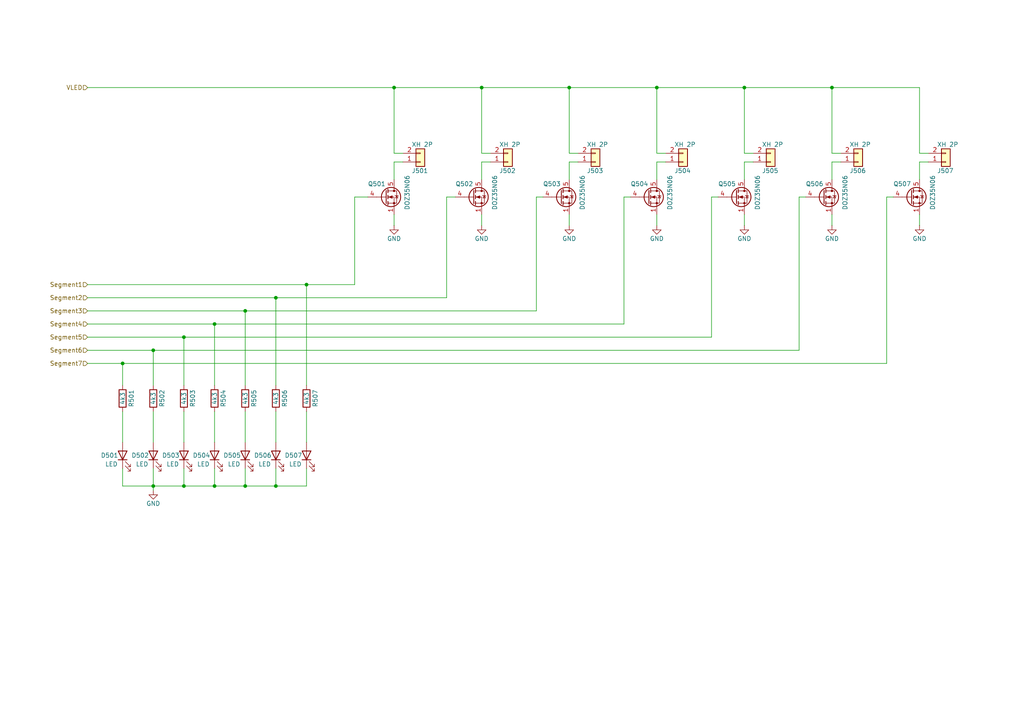
<source format=kicad_sch>
(kicad_sch (version 20231120) (generator "eeschema") (generator_version "8.0")
  (paper "A4")
  (title_block (title "7-Segment Driver") (date "2025-04-08") (rev "01") (company "Ravenspark") (comment 1 "0-Series"))
  (lib_symbols
    (symbol "Connector_Generic:Conn_01x02" (pin_names (offset 1.016) hide)
      (property "Reference" "J" (at 0 2.54 0))
      (property "Value" "Conn_01x02" (at 0 -5.08 0))
      (symbol "Conn_01x02_1_1"
        (rectangle (start -1.27 -2.413) (end 0 -2.667) (stroke (width 0.1524)))
        (rectangle (start -1.27 0.127) (end 0 -0.127) (stroke (width 0.1524)))
        (rectangle (start -1.27 1.27) (end 1.27 -3.81) (stroke (width 0.254)) (fill (type background)))
        (pin passive line (at -5.08 0 0) (length 3.81) (name "Pin_1") (number "1"))
        (pin passive line (at -5.08 -2.54 0) (length 3.81) (name "Pin_2") (number "2"))
      )
    )
    (symbol "Device:LED" (pin_numbers hide) (pin_names (offset 1.016) hide)
      (property "Reference" "D" (at 0 2.54 0))
      (property "Value" "LED" (at 0 -2.54 0))
      (symbol "LED_0_1"
        (polyline (pts (xy -1.27 -1.27) (xy -1.27 1.27)) (stroke (width 0.254)))
        (polyline (pts (xy -1.27 0) (xy 1.27 0)))
        (polyline (pts (xy 1.27 -1.27) (xy 1.27 1.27) (xy -1.27 0) (xy 1.27 -1.27)) (stroke (width 0.254)))
        (polyline (pts (xy -3.048 -0.762) (xy -4.572 -2.286) (xy -3.81 -2.286) (xy -4.572 -2.286) (xy -4.572 -1.524)))
        (polyline (pts (xy -1.778 -0.762) (xy -3.302 -2.286) (xy -2.54 -2.286) (xy -3.302 -2.286) (xy -3.302 -1.524)))
      )
      (symbol "LED_1_1"
        (pin passive line (at -3.81 0 0) (length 2.54) (name "K") (number "1"))
        (pin passive line (at 3.81 0 180) (length 2.54) (name "A") (number "2"))
      )
    )
    (symbol "Device:R" (pin_numbers hide) (pin_names (offset 0))
      (property "Reference" "R" (at 2.032 0 90))
      (property "Value" "R" (at 0 0 90))
      (symbol "R_0_1"
        (rectangle (start -1.016 -2.54) (end 1.016 2.54) (stroke (width 0.254)))
      )
      (symbol "R_1_1"
        (pin passive line (at 0 3.81 270) (length 1.27) (name "~") (number "1"))
        (pin passive line (at 0 -3.81 90) (length 1.27) (name "~") (number "2"))
      )
    )
    (symbol "Ravenspark:60N03D" (pin_names (offset 0) hide)
      (property "Reference" "Q7" (at -3.81 5.08 0))
      (property "Value" "60N03D" (at 6.35 -3.81 90))
      (symbol "60N03D_0_1"
        (polyline (pts (xy 0.254 0) (xy -2.54 0)))
        (polyline (pts (xy 0.254 1.905) (xy 0.254 -1.905)) (stroke (width 0.254)))
        (polyline (pts (xy 0.762 -1.27) (xy 0.762 -2.286)) (stroke (width 0.254)))
        (polyline (pts (xy 0.762 0.508) (xy 0.762 -0.508)) (stroke (width 0.254)))
        (polyline (pts (xy 0.762 2.286) (xy 0.762 1.27)) (stroke (width 0.254)))
        (polyline (pts (xy 2.54 2.54) (xy 2.54 1.778)))
        (polyline (pts (xy 2.54 -2.54) (xy 2.54 0) (xy 0.762 0)))
        (polyline (pts (xy 0.762 -1.778) (xy 3.302 -1.778) (xy 3.302 1.778) (xy 0.762 1.778)))
        (polyline (pts (xy 1.016 0) (xy 2.032 0.381) (xy 2.032 -0.381) (xy 1.016 0)) (fill (type outline)))
        (polyline (pts (xy 2.794 0.508) (xy 2.921 0.381) (xy 3.683 0.381) (xy 3.81 0.254)))
        (polyline (pts (xy 3.302 0.381) (xy 2.921 -0.254) (xy 3.683 -0.254) (xy 3.302 0.381)))
        (circle (center 1.651 0) (radius 2.794) (stroke (width 0.254)))
        (circle (center 2.54 -1.778) (radius 0.254) (fill (type outline)))
        (circle (center 2.54 1.778) (radius 0.254) (fill (type outline)))
      )
      (symbol "60N03D_1_0"
        (pin input line (at -5.08 0 0) (length 2.54) (name "G") (number "4"))
        (pin passive line (at 2.54 5.08 270) (length 2.54) (name "D") (number "5"))
      )
      (symbol "60N03D_1_1"
        (pin passive line (at 2.54 -5.08 90) (length 2.54) (name "S") (number "1"))
        (pin passive line (at 2.54 -5.08 90) (length 5.08) hide (name "S") (number "2"))
        (pin passive line (at 2.54 -5.08 90) (length 2.54) hide (name "S") (number "3"))
      )
    )
    (symbol "power:GND" (power) (pin_numbers hide) (pin_names (offset 0) hide)
      (property "Value" "GND" (at 0 -3.81 0))
      (symbol "GND_0_1"
        (polyline (pts (xy 0 0) (xy 0 -1.27) (xy 1.27 -1.27) (xy 0 -2.54) (xy -1.27 -1.27) (xy 0 -1.27)))
      )
      (symbol "GND_1_1"
        (pin power_in line (at 0 0 270) (length 0) (name "~") (number "1"))
      )
    )
  )
  (junction (at 71.12 90.17))
  (junction (at 44.45 140.97))
  (junction (at 241.3 25.4))
  (junction (at 53.34 97.79))
  (junction (at 35.56 105.41))
  (junction (at 53.34 140.97))
  (junction (at 190.5 25.4))
  (junction (at 80.01 86.36))
  (junction (at 80.01 140.97))
  (junction (at 44.45 101.6))
  (junction (at 165.1 25.4))
  (junction (at 139.7 25.4))
  (junction (at 88.9 82.55))
  (junction (at 62.23 140.97))
  (junction (at 215.9 25.4))
  (junction (at 71.12 140.97))
  (junction (at 114.3 25.4))
  (junction (at 62.23 93.98))
  (wire (pts (xy 241.3 62.23) (xy 241.3 65.405)))
  (wire (pts (xy 114.3 25.4) (xy 139.7 25.4)))
  (wire (pts (xy 44.45 140.97) (xy 44.45 142.24)))
  (wire (pts (xy 25.4 82.55) (xy 88.9 82.55)))
  (wire (pts (xy 190.5 62.23) (xy 190.5 65.405)))
  (wire (pts (xy 190.5 46.99) (xy 193.04 46.99)))
  (wire (pts (xy 114.3 25.4) (xy 114.3 44.45)))
  (wire (pts (xy 155.575 57.15) (xy 157.48 57.15)))
  (wire (pts (xy 71.12 140.97) (xy 80.01 140.97)))
  (wire (pts (xy 25.4 90.17) (xy 71.12 90.17)))
  (wire (pts (xy 269.24 44.45) (xy 266.7 44.45)))
  (wire (pts (xy 190.5 46.99) (xy 190.5 52.07)))
  (wire (pts (xy 71.12 90.17) (xy 71.12 111.76)))
  (wire (pts (xy 206.375 57.15) (xy 208.28 57.15)))
  (wire (pts (xy 62.23 93.98) (xy 180.975 93.98)))
  (wire (pts (xy 35.56 140.97) (xy 44.45 140.97)))
  (wire (pts (xy 53.34 135.89) (xy 53.34 140.97)))
  (wire (pts (xy 25.4 97.79) (xy 53.34 97.79)))
  (wire (pts (xy 165.1 25.4) (xy 139.7 25.4)))
  (wire (pts (xy 231.775 57.15) (xy 233.68 57.15)))
  (wire (pts (xy 215.9 62.23) (xy 215.9 65.405)))
  (wire (pts (xy 257.175 57.15) (xy 259.08 57.15)))
  (wire (pts (xy 190.5 25.4) (xy 165.1 25.4)))
  (wire (pts (xy 25.4 93.98) (xy 62.23 93.98)))
  (wire (pts (xy 35.56 105.41) (xy 35.56 111.76)))
  (wire (pts (xy 44.45 140.97) (xy 53.34 140.97)))
  (wire (pts (xy 71.12 90.17) (xy 155.575 90.17)))
  (wire (pts (xy 25.4 101.6) (xy 44.45 101.6)))
  (wire (pts (xy 266.7 46.99) (xy 266.7 52.07)))
  (wire (pts (xy 53.34 97.79) (xy 53.34 111.76)))
  (wire (pts (xy 266.7 62.23) (xy 266.7 65.405)))
  (wire (pts (xy 44.45 101.6) (xy 231.775 101.6)))
  (wire (pts (xy 62.23 93.98) (xy 62.23 111.76)))
  (wire (pts (xy 193.04 44.45) (xy 190.5 44.45)))
  (wire (pts (xy 80.01 86.36) (xy 129.54 86.36)))
  (wire (pts (xy 80.01 135.89) (xy 80.01 140.97)))
  (wire (pts (xy 243.84 44.45) (xy 241.3 44.45)))
  (wire (pts (xy 165.1 46.99) (xy 167.64 46.99)))
  (wire (pts (xy 266.7 25.4) (xy 266.7 44.45)))
  (wire (pts (xy 241.3 25.4) (xy 241.3 44.45)))
  (wire (pts (xy 215.9 46.99) (xy 215.9 52.07)))
  (wire (pts (xy 142.24 44.45) (xy 139.7 44.45)))
  (wire (pts (xy 190.5 25.4) (xy 190.5 44.45)))
  (wire (pts (xy 215.9 25.4) (xy 190.5 25.4)))
  (wire (pts (xy 35.56 105.41) (xy 257.175 105.41)))
  (wire (pts (xy 180.975 57.15) (xy 182.88 57.15)))
  (wire (pts (xy 53.34 140.97) (xy 62.23 140.97)))
  (wire (pts (xy 266.7 25.4) (xy 241.3 25.4)))
  (wire (pts (xy 62.23 135.89) (xy 62.23 140.97)))
  (wire (pts (xy 165.1 46.99) (xy 165.1 52.07)))
  (wire (pts (xy 206.375 57.15) (xy 206.375 97.79)))
  (wire (pts (xy 102.87 57.15) (xy 106.68 57.15)))
  (wire (pts (xy 44.45 135.89) (xy 44.45 140.97)))
  (wire (pts (xy 62.23 119.38) (xy 62.23 128.27)))
  (wire (pts (xy 139.7 25.4) (xy 139.7 44.45)))
  (wire (pts (xy 88.9 119.38) (xy 88.9 128.27)))
  (wire (pts (xy 231.775 57.15) (xy 231.775 101.6)))
  (wire (pts (xy 80.01 140.97) (xy 88.9 140.97)))
  (wire (pts (xy 88.9 135.89) (xy 88.9 140.97)))
  (wire (pts (xy 257.175 57.15) (xy 257.175 105.41)))
  (wire (pts (xy 165.1 25.4) (xy 165.1 44.45)))
  (wire (pts (xy 35.56 119.38) (xy 35.56 128.27)))
  (wire (pts (xy 139.7 62.23) (xy 139.7 65.405)))
  (wire (pts (xy 266.7 46.99) (xy 269.24 46.99)))
  (wire (pts (xy 218.44 44.45) (xy 215.9 44.45)))
  (wire (pts (xy 155.575 57.15) (xy 155.575 90.17)))
  (wire (pts (xy 35.56 135.89) (xy 35.56 140.97)))
  (wire (pts (xy 139.7 46.99) (xy 139.7 52.07)))
  (wire (pts (xy 180.975 57.15) (xy 180.975 93.98)))
  (wire (pts (xy 139.7 46.99) (xy 142.24 46.99)))
  (wire (pts (xy 71.12 119.38) (xy 71.12 128.27)))
  (wire (pts (xy 114.3 46.99) (xy 116.84 46.99)))
  (wire (pts (xy 88.9 82.55) (xy 102.87 82.55)))
  (wire (pts (xy 114.3 62.23) (xy 114.3 65.405)))
  (wire (pts (xy 62.23 140.97) (xy 71.12 140.97)))
  (wire (pts (xy 241.3 46.99) (xy 241.3 52.07)))
  (wire (pts (xy 129.54 57.15) (xy 129.54 86.36)))
  (wire (pts (xy 116.84 44.45) (xy 114.3 44.45)))
  (wire (pts (xy 25.4 25.4) (xy 114.3 25.4)))
  (wire (pts (xy 129.54 57.15) (xy 132.08 57.15)))
  (wire (pts (xy 241.3 46.99) (xy 243.84 46.99)))
  (wire (pts (xy 44.45 119.38) (xy 44.45 128.27)))
  (wire (pts (xy 71.12 135.89) (xy 71.12 140.97)))
  (wire (pts (xy 88.9 82.55) (xy 88.9 111.76)))
  (wire (pts (xy 165.1 62.23) (xy 165.1 65.405)))
  (wire (pts (xy 167.64 44.45) (xy 165.1 44.45)))
  (wire (pts (xy 53.34 119.38) (xy 53.34 128.27)))
  (wire (pts (xy 102.87 57.15) (xy 102.87 82.55)))
  (wire (pts (xy 53.34 97.79) (xy 206.375 97.79)))
  (wire (pts (xy 25.4 86.36) (xy 80.01 86.36)))
  (wire (pts (xy 215.9 46.99) (xy 218.44 46.99)))
  (wire (pts (xy 80.01 86.36) (xy 80.01 111.76)))
  (wire (pts (xy 44.45 101.6) (xy 44.45 111.76)))
  (wire (pts (xy 241.3 25.4) (xy 215.9 25.4)))
  (wire (pts (xy 25.4 105.41) (xy 35.56 105.41)))
  (wire (pts (xy 80.01 119.38) (xy 80.01 128.27)))
  (wire (pts (xy 114.3 46.99) (xy 114.3 52.07)))
  (wire (pts (xy 215.9 25.4) (xy 215.9 44.45)))
  (hierarchical_label "Segment6" (shape input) (at 25.4 101.6 180))
  (hierarchical_label "Segment5" (shape input) (at 25.4 97.79 180))
  (hierarchical_label "Segment7" (shape input) (at 25.4 105.41 180))
  (hierarchical_label "Segment3" (shape input) (at 25.4 90.17 180))
  (hierarchical_label "Segment4" (shape input) (at 25.4 93.98 180))
  (hierarchical_label "Segment2" (shape input) (at 25.4 86.36 180))
  (hierarchical_label "Segment1" (shape input) (at 25.4 82.55 180))
  (hierarchical_label "VLED" (shape input) (at 25.4 25.4 180))
  (symbol (lib_id "Device:R") (at 35.56 115.57 0) (unit 1)
    (property "Reference" "R501" (at 38.1 118.11 90) (effects (justify left)))
    (property "Value" "4k3" (at 35.56 115.57 90))
    (property "Footprint" "Resistor_SMD:R_0402_1005Metric" (effects (hide yes)))
    (property "Description" "Resistor" (effects (hide yes)))
    (instances (project "Display" (path "" (reference "R501") (unit 1)) (path "" (reference "R401") (unit 1))))
  )
  (symbol (lib_id "Connector_Generic:Conn_01x02") (at 223.52 46.99 0) (mirror x) (unit 1)
    (property "Reference" "J505" (at 220.98 49.53 0) (effects (justify left)))
    (property "Value" "XH 2P" (at 220.98 41.91 0) (effects (justify left)))
    (property "Footprint" "Connector_JST:JST_XH_B2B-XH-A_1x02_P2.50mm_Vertical" (effects (hide yes)))
    (property "Description" "Generic connector, single row, 01x02, script generated (kicad-library-utils/schlib/autogen/connector/)" (effects (hide yes)))
    (property "JLC PN" " C158012" (effects (hide yes)))
    (instances (project "Display" (path "" (reference "J505") (unit 1)) (path "" (reference "J405") (unit 1))))
  )
  (symbol (lib_id "Connector_Generic:Conn_01x02") (at 198.12 46.99 0) (mirror x) (unit 1)
    (property "Reference" "J504" (at 195.58 49.53 0) (effects (justify left)))
    (property "Value" "XH 2P" (at 195.58 41.91 0) (effects (justify left)))
    (property "Footprint" "Connector_JST:JST_XH_B2B-XH-A_1x02_P2.50mm_Vertical" (effects (hide yes)))
    (property "Description" "Generic connector, single row, 01x02, script generated (kicad-library-utils/schlib/autogen/connector/)" (effects (hide yes)))
    (property "JLC PN" " C158012" (effects (hide yes)))
    (instances (project "Display" (path "" (reference "J504") (unit 1)) (path "" (reference "J404") (unit 1))))
  )
  (symbol (lib_id "power:GND") (at 190.5 65.405 0) (unit 1)
    (property "Reference" "#PWR0504" (effects (hide yes)))
    (property "Value" "GND" (at 190.5 69.215 0))
    (property "Description" "Power symbol creates a global label with name \"GND\" , ground" (effects (hide yes)))
    (instances (project "Display" (path "" (reference "#PWR0504") (unit 1)) (path "" (reference "#PWR0404") (unit 1))))
  )
  (symbol (lib_id "Device:R") (at 44.45 115.57 0) (unit 1)
    (property "Reference" "R502" (at 46.99 118.11 90) (effects (justify left)))
    (property "Value" "4k3" (at 44.45 115.57 90))
    (property "Footprint" "Resistor_SMD:R_0402_1005Metric" (effects (hide yes)))
    (property "Description" "Resistor" (effects (hide yes)))
    (instances (project "Display" (path "" (reference "R502") (unit 1)) (path "" (reference "R402") (unit 1))))
  )
  (symbol (lib_id "Ravenspark:60N03D") (at 137.16 57.15 0) (unit 1)
    (property "Reference" "Q502" (at 132.08 53.34 0) (effects (justify left)))
    (property "Value" "DOZ35N06" (at 143.51 60.96 90) (effects (justify left)))
    (property "Footprint" "Package_SON:VSON-8_3.3x3.3mm_P0.65mm_NexFET" (effects (hide yes)))
    (property "Description" "N-MOSFET transistor, source/gate/drain" (effects (hide yes)))
    (property "JLC PN" "C36499167" (effects (hide yes)))
    (instances (project "Display" (path "" (reference "Q502") (unit 1)) (path "" (reference "Q402") (unit 1))))
  )
  (symbol (lib_id "Ravenspark:60N03D") (at 162.56 57.15 0) (unit 1)
    (property "Reference" "Q503" (at 157.48 53.34 0) (effects (justify left)))
    (property "Value" "DOZ35N06" (at 168.91 60.96 90) (effects (justify left)))
    (property "Footprint" "Package_SON:VSON-8_3.3x3.3mm_P0.65mm_NexFET" (effects (hide yes)))
    (property "Description" "N-MOSFET transistor, source/gate/drain" (effects (hide yes)))
    (property "JLC PN" "C36499167" (effects (hide yes)))
    (instances (project "Display" (path "" (reference "Q503") (unit 1)) (path "" (reference "Q403") (unit 1))))
  )
  (symbol (lib_id "Ravenspark:60N03D") (at 238.76 57.15 0) (unit 1)
    (property "Reference" "Q506" (at 233.68 53.34 0) (effects (justify left)))
    (property "Value" "DOZ35N06" (at 245.11 60.96 90) (effects (justify left)))
    (property "Footprint" "Package_SON:VSON-8_3.3x3.3mm_P0.65mm_NexFET" (effects (hide yes)))
    (property "Description" "N-MOSFET transistor, source/gate/drain" (effects (hide yes)))
    (property "JLC PN" "C36499167" (effects (hide yes)))
    (instances (project "Display" (path "" (reference "Q506") (unit 1)) (path "" (reference "Q406") (unit 1))))
  )
  (symbol (lib_id "power:GND") (at 165.1 65.405 0) (unit 1)
    (property "Reference" "#PWR0503" (effects (hide yes)))
    (property "Value" "GND" (at 165.1 69.215 0))
    (property "Description" "Power symbol creates a global label with name \"GND\" , ground" (effects (hide yes)))
    (instances (project "Display" (path "" (reference "#PWR0503") (unit 1)) (path "" (reference "#PWR0403") (unit 1))))
  )
  (symbol (lib_id "Device:LED") (at 62.23 132.08 90) (unit 1)
    (property "Reference" "D504" (at 55.88 132.08 90) (effects (justify right)))
    (property "Value" "LED" (at 57.15 134.62 90) (effects (justify right)))
    (property "Footprint" "LED_SMD:LED_0603_1608Metric" (effects (hide yes)))
    (property "Description" "Light emitting diode" (effects (hide yes)))
    (property "JLC PN" "C2286" (effects (hide yes)))
    (instances (project "Display" (path "" (reference "D504") (unit 1)) (path "" (reference "D404") (unit 1))))
  )
  (symbol (lib_id "Device:R") (at 71.12 115.57 0) (unit 1)
    (property "Reference" "R505" (at 73.66 118.11 90) (effects (justify left)))
    (property "Value" "4k3" (at 71.12 115.57 90))
    (property "Footprint" "Resistor_SMD:R_0402_1005Metric" (effects (hide yes)))
    (property "Description" "Resistor" (effects (hide yes)))
    (instances (project "Display" (path "" (reference "R505") (unit 1)) (path "" (reference "R405") (unit 1))))
  )
  (symbol (lib_id "power:GND") (at 139.7 65.405 0) (unit 1)
    (property "Reference" "#PWR0502" (effects (hide yes)))
    (property "Value" "GND" (at 139.7 69.215 0))
    (property "Description" "Power symbol creates a global label with name \"GND\" , ground" (effects (hide yes)))
    (instances (project "Display" (path "" (reference "#PWR0502") (unit 1)) (path "" (reference "#PWR0402") (unit 1))))
  )
  (symbol (lib_id "Device:LED") (at 80.01 132.08 90) (unit 1)
    (property "Reference" "D506" (at 73.66 132.08 90) (effects (justify right)))
    (property "Value" "LED" (at 74.93 134.62 90) (effects (justify right)))
    (property "Footprint" "LED_SMD:LED_0603_1608Metric" (effects (hide yes)))
    (property "Description" "Light emitting diode" (effects (hide yes)))
    (property "JLC PN" "C2286" (effects (hide yes)))
    (instances (project "Display" (path "" (reference "D506") (unit 1)) (path "" (reference "D406") (unit 1))))
  )
  (symbol (lib_id "Device:LED") (at 88.9 132.08 90) (unit 1)
    (property "Reference" "D507" (at 82.55 132.08 90) (effects (justify right)))
    (property "Value" "LED" (at 83.82 134.62 90) (effects (justify right)))
    (property "Footprint" "LED_SMD:LED_0603_1608Metric" (effects (hide yes)))
    (property "Description" "Light emitting diode" (effects (hide yes)))
    (property "JLC PN" "C2286" (effects (hide yes)))
    (instances (project "Display" (path "" (reference "D507") (unit 1)) (path "" (reference "D407") (unit 1))))
  )
  (symbol (lib_id "Ravenspark:60N03D") (at 213.36 57.15 0) (unit 1)
    (property "Reference" "Q505" (at 208.28 53.34 0) (effects (justify left)))
    (property "Value" "DOZ35N06" (at 219.71 60.96 90) (effects (justify left)))
    (property "Footprint" "Package_SON:VSON-8_3.3x3.3mm_P0.65mm_NexFET" (effects (hide yes)))
    (property "Description" "N-MOSFET transistor, source/gate/drain" (effects (hide yes)))
    (property "JLC PN" "C36499167" (effects (hide yes)))
    (instances (project "Display" (path "" (reference "Q505") (unit 1)) (path "" (reference "Q405") (unit 1))))
  )
  (symbol (lib_id "Connector_Generic:Conn_01x02") (at 147.32 46.99 0) (mirror x) (unit 1)
    (property "Reference" "J502" (at 144.78 49.53 0) (effects (justify left)))
    (property "Value" "XH 2P" (at 144.78 41.91 0) (effects (justify left)))
    (property "Footprint" "Connector_JST:JST_XH_B2B-XH-A_1x02_P2.50mm_Vertical" (effects (hide yes)))
    (property "Description" "Generic connector, single row, 01x02, script generated (kicad-library-utils/schlib/autogen/connector/)" (effects (hide yes)))
    (property "JLC PN" " C158012" (effects (hide yes)))
    (instances (project "Display" (path "" (reference "J502") (unit 1)) (path "" (reference "J402") (unit 1))))
  )
  (symbol (lib_id "Ravenspark:60N03D") (at 264.16 57.15 0) (unit 1)
    (property "Reference" "Q507" (at 259.08 53.34 0) (effects (justify left)))
    (property "Value" "DOZ35N06" (at 270.51 60.96 90) (effects (justify left)))
    (property "Footprint" "Package_SON:VSON-8_3.3x3.3mm_P0.65mm_NexFET" (effects (hide yes)))
    (property "Description" "N-MOSFET transistor, source/gate/drain" (effects (hide yes)))
    (property "JLC PN" "C36499167" (effects (hide yes)))
    (instances (project "Display" (path "" (reference "Q507") (unit 1)) (path "" (reference "Q407") (unit 1))))
  )
  (symbol (lib_id "Device:LED") (at 53.34 132.08 90) (unit 1)
    (property "Reference" "D503" (at 46.99 132.08 90) (effects (justify right)))
    (property "Value" "LED" (at 48.26 134.62 90) (effects (justify right)))
    (property "Footprint" "LED_SMD:LED_0603_1608Metric" (effects (hide yes)))
    (property "Description" "Light emitting diode" (effects (hide yes)))
    (property "JLC PN" "C2286" (effects (hide yes)))
    (instances (project "Display" (path "" (reference "D503") (unit 1)) (path "" (reference "D403") (unit 1))))
  )
  (symbol (lib_id "power:GND") (at 266.7 65.405 0) (unit 1)
    (property "Reference" "#PWR0507" (effects (hide yes)))
    (property "Value" "GND" (at 266.7 69.215 0))
    (property "Description" "Power symbol creates a global label with name \"GND\" , ground" (effects (hide yes)))
    (instances (project "Display" (path "" (reference "#PWR0507") (unit 1)) (path "" (reference "#PWR0407") (unit 1))))
  )
  (symbol (lib_id "Device:R") (at 62.23 115.57 0) (unit 1)
    (property "Reference" "R504" (at 64.77 118.11 90) (effects (justify left)))
    (property "Value" "4k3" (at 62.23 115.57 90))
    (property "Footprint" "Resistor_SMD:R_0402_1005Metric" (effects (hide yes)))
    (property "Description" "Resistor" (effects (hide yes)))
    (instances (project "Display" (path "" (reference "R504") (unit 1)) (path "" (reference "R404") (unit 1))))
  )
  (symbol (lib_id "Ravenspark:60N03D") (at 187.96 57.15 0) (unit 1)
    (property "Reference" "Q504" (at 182.88 53.34 0) (effects (justify left)))
    (property "Value" "DOZ35N06" (at 194.31 60.96 90) (effects (justify left)))
    (property "Footprint" "Package_SON:VSON-8_3.3x3.3mm_P0.65mm_NexFET" (effects (hide yes)))
    (property "Description" "N-MOSFET transistor, source/gate/drain" (effects (hide yes)))
    (property "JLC PN" "C36499167" (effects (hide yes)))
    (instances (project "Display" (path "" (reference "Q504") (unit 1)) (path "" (reference "Q404") (unit 1))))
  )
  (symbol (lib_id "Connector_Generic:Conn_01x02") (at 248.92 46.99 0) (mirror x) (unit 1)
    (property "Reference" "J506" (at 246.38 49.53 0) (effects (justify left)))
    (property "Value" "XH 2P" (at 246.38 41.91 0) (effects (justify left)))
    (property "Footprint" "Connector_JST:JST_XH_B2B-XH-A_1x02_P2.50mm_Vertical" (effects (hide yes)))
    (property "Description" "Generic connector, single row, 01x02, script generated (kicad-library-utils/schlib/autogen/connector/)" (effects (hide yes)))
    (property "JLC PN" " C158012" (effects (hide yes)))
    (instances (project "Display" (path "" (reference "J506") (unit 1)) (path "" (reference "J406") (unit 1))))
  )
  (symbol (lib_id "power:GND") (at 241.3 65.405 0) (unit 1)
    (property "Reference" "#PWR0506" (effects (hide yes)))
    (property "Value" "GND" (at 241.3 69.215 0))
    (property "Description" "Power symbol creates a global label with name \"GND\" , ground" (effects (hide yes)))
    (instances (project "Display" (path "" (reference "#PWR0506") (unit 1)) (path "" (reference "#PWR0406") (unit 1))))
  )
  (symbol (lib_id "power:GND") (at 44.45 142.24 0) (unit 1)
    (property "Reference" "#PWR0508" (effects (hide yes)))
    (property "Value" "GND" (at 44.45 146.05 0))
    (property "Description" "Power symbol creates a global label with name \"GND\" , ground" (effects (hide yes)))
    (instances (project "Display" (path "" (reference "#PWR0508") (unit 1)) (path "" (reference "#PWR0408") (unit 1))))
  )
  (symbol (lib_id "Device:R") (at 88.9 115.57 0) (unit 1)
    (property "Reference" "R507" (at 91.44 118.11 90) (effects (justify left)))
    (property "Value" "4k3" (at 88.9 115.57 90))
    (property "Footprint" "Resistor_SMD:R_0402_1005Metric" (effects (hide yes)))
    (property "Description" "Resistor" (effects (hide yes)))
    (instances (project "Display" (path "" (reference "R507") (unit 1)) (path "" (reference "R407") (unit 1))))
  )
  (symbol (lib_id "Device:LED") (at 71.12 132.08 90) (unit 1)
    (property "Reference" "D505" (at 64.77 132.08 90) (effects (justify right)))
    (property "Value" "LED" (at 66.04 134.62 90) (effects (justify right)))
    (property "Footprint" "LED_SMD:LED_0603_1608Metric" (effects (hide yes)))
    (property "Description" "Light emitting diode" (effects (hide yes)))
    (property "JLC PN" "C2286" (effects (hide yes)))
    (instances (project "Display" (path "" (reference "D505") (unit 1)) (path "" (reference "D405") (unit 1))))
  )
  (symbol (lib_id "Device:LED") (at 35.56 132.08 90) (unit 1)
    (property "Reference" "D501" (at 29.21 132.08 90) (effects (justify right)))
    (property "Value" "LED" (at 30.48 134.62 90) (effects (justify right)))
    (property "Footprint" "LED_SMD:LED_0603_1608Metric" (effects (hide yes)))
    (property "Description" "Light emitting diode" (effects (hide yes)))
    (property "JLC PN" "C2286" (effects (hide yes)))
    (instances (project "Display" (path "" (reference "D501") (unit 1)) (path "" (reference "D401") (unit 1))))
  )
  (symbol (lib_id "Connector_Generic:Conn_01x02") (at 274.32 46.99 0) (mirror x) (unit 1)
    (property "Reference" "J507" (at 271.78 49.53 0) (effects (justify left)))
    (property "Value" "XH 2P" (at 271.78 41.91 0) (effects (justify left)))
    (property "Footprint" "Connector_JST:JST_XH_B2B-XH-A_1x02_P2.50mm_Vertical" (effects (hide yes)))
    (property "Description" "Generic connector, single row, 01x02, script generated (kicad-library-utils/schlib/autogen/connector/)" (effects (hide yes)))
    (property "JLC PN" " C158012" (effects (hide yes)))
    (instances (project "Display" (path "" (reference "J507") (unit 1)) (path "" (reference "J407") (unit 1))))
  )
  (symbol (lib_id "power:GND") (at 114.3 65.405 0) (unit 1)
    (property "Reference" "#PWR0501" (effects (hide yes)))
    (property "Value" "GND" (at 114.3 69.215 0))
    (property "Description" "Power symbol creates a global label with name \"GND\" , ground" (effects (hide yes)))
    (instances (project "Display" (path "" (reference "#PWR0501") (unit 1)) (path "" (reference "#PWR0401") (unit 1))))
  )
  (symbol (lib_id "Connector_Generic:Conn_01x02") (at 121.92 46.99 0) (mirror x) (unit 1)
    (property "Reference" "J501" (at 119.38 49.53 0) (effects (justify left)))
    (property "Value" "XH 2P" (at 119.38 41.91 0) (effects (justify left)))
    (property "Footprint" "Connector_JST:JST_XH_B2B-XH-A_1x02_P2.50mm_Vertical" (effects (hide yes)))
    (property "Description" "Generic connector, single row, 01x02, script generated (kicad-library-utils/schlib/autogen/connector/)" (effects (hide yes)))
    (property "JLC PN" " C158012" (effects (hide yes)))
    (instances (project "Display" (path "" (reference "J501") (unit 1)) (path "" (reference "J401") (unit 1))))
  )
  (symbol (lib_id "Ravenspark:60N03D") (at 111.76 57.15 0) (unit 1)
    (property "Reference" "Q501" (at 106.68 53.34 0) (effects (justify left)))
    (property "Value" "DOZ35N06" (at 118.11 60.96 90) (effects (justify left)))
    (property "Footprint" "Package_SON:VSON-8_3.3x3.3mm_P0.65mm_NexFET" (effects (hide yes)))
    (property "Description" "N-MOSFET transistor, source/gate/drain" (effects (hide yes)))
    (property "JLC PN" "C36499167" (effects (hide yes)))
    (instances (project "Display" (path "" (reference "Q501") (unit 1)) (path "" (reference "Q401") (unit 1))))
  )
  (symbol (lib_id "Device:R") (at 53.34 115.57 0) (unit 1)
    (property "Reference" "R503" (at 55.88 118.11 90) (effects (justify left)))
    (property "Value" "4k3" (at 53.34 115.57 90))
    (property "Footprint" "Resistor_SMD:R_0402_1005Metric" (effects (hide yes)))
    (property "Description" "Resistor" (effects (hide yes)))
    (instances (project "Display" (path "" (reference "R503") (unit 1)) (path "" (reference "R403") (unit 1))))
  )
  (symbol (lib_id "Connector_Generic:Conn_01x02") (at 172.72 46.99 0) (mirror x) (unit 1)
    (property "Reference" "J503" (at 170.18 49.53 0) (effects (justify left)))
    (property "Value" "XH 2P" (at 170.18 41.91 0) (effects (justify left)))
    (property "Footprint" "Connector_JST:JST_XH_B2B-XH-A_1x02_P2.50mm_Vertical" (effects (hide yes)))
    (property "Description" "Generic connector, single row, 01x02, script generated (kicad-library-utils/schlib/autogen/connector/)" (effects (hide yes)))
    (property "JLC PN" " C158012" (effects (hide yes)))
    (instances (project "Display" (path "" (reference "J503") (unit 1)) (path "" (reference "J403") (unit 1))))
  )
  (symbol (lib_id "Device:R") (at 80.01 115.57 0) (unit 1)
    (property "Reference" "R506" (at 82.55 118.11 90) (effects (justify left)))
    (property "Value" "4k3" (at 80.01 115.57 90))
    (property "Footprint" "Resistor_SMD:R_0402_1005Metric" (effects (hide yes)))
    (property "Description" "Resistor" (effects (hide yes)))
    (instances (project "Display" (path "" (reference "R506") (unit 1)) (path "" (reference "R406") (unit 1))))
  )
  (symbol (lib_id "Device:LED") (at 44.45 132.08 90) (unit 1)
    (property "Reference" "D502" (at 38.1 132.08 90) (effects (justify right)))
    (property "Value" "LED" (at 39.37 134.62 90) (effects (justify right)))
    (property "Footprint" "LED_SMD:LED_0603_1608Metric" (effects (hide yes)))
    (property "Description" "Light emitting diode" (effects (hide yes)))
    (property "JLC PN" "C2286" (effects (hide yes)))
    (instances (project "Display" (path "" (reference "D502") (unit 1)) (path "" (reference "D402") (unit 1))))
  )
  (symbol (lib_id "power:GND") (at 215.9 65.405 0) (unit 1)
    (property "Reference" "#PWR0505" (effects (hide yes)))
    (property "Value" "GND" (at 215.9 69.215 0))
    (property "Description" "Power symbol creates a global label with name \"GND\" , ground" (effects (hide yes)))
    (instances (project "Display" (path "" (reference "#PWR0505") (unit 1)) (path "" (reference "#PWR0405") (unit 1))))
  )
)
</source>
